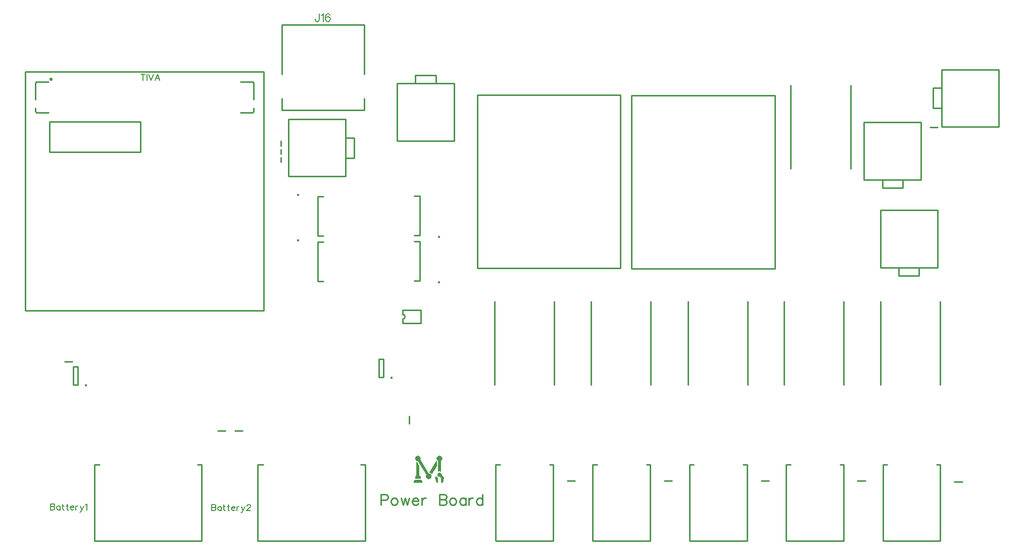
<source format=gto>
G04 DipTrace 3.0.0.2*
G04 Power_Board.GTO*
%MOIN*%
G04 #@! TF.FileFunction,Legend,Top*
G04 #@! TF.Part,Single*
%ADD10C,0.009843*%
%ADD24C,0.021575*%
%ADD34C,0.015427*%
%ADD42C,0.015395*%
%ADD105C,0.00772*%
%ADD106C,0.006176*%
%ADD107C,0.010807*%
%FSLAX26Y26*%
G04*
G70*
G90*
G75*
G01*
G04 TopSilk*
%LPD*%
X2125000Y2786417D2*
D10*
Y2754921D1*
Y2840551D2*
Y2809055D1*
Y2894685D2*
Y2863189D1*
X3920276Y758829D2*
X3896654D1*
X3542323D2*
X3569876D1*
X3920276D2*
Y254932D1*
X3542323Y758829D2*
Y254932D1*
X3920276D2*
X3542323D1*
X4560039Y758829D2*
X4536417D1*
X4182087D2*
X4209639D1*
X4560039D2*
Y254932D1*
X4182087Y758829D2*
Y254932D1*
X4560039D2*
X4182087D1*
X5199803Y758829D2*
X5176181D1*
X4821850D2*
X4849403D1*
X5199803D2*
Y254932D1*
X4821850Y758829D2*
Y254932D1*
X5199803D2*
X4821850D1*
X5836909Y758829D2*
X5813287D1*
X5458957D2*
X5486509D1*
X5836909D2*
Y254932D1*
X5458957Y758829D2*
Y254932D1*
X5836909D2*
X5458957D1*
X6474409Y758829D2*
X6450787D1*
X6096457D2*
X6124009D1*
X6474409D2*
Y254932D1*
X6096457Y758829D2*
Y254932D1*
X6474409D2*
X6096457D1*
X5971457Y3018701D2*
X6349409D1*
Y2640760D1*
X5971457D1*
Y3018701D1*
X6093498Y2640760D2*
X6227369D1*
Y2585630D1*
X6093498D1*
Y2640760D1*
X3268701Y2896654D2*
X2890748D1*
Y3274594D1*
X3268701D1*
Y2896654D1*
X3146660Y3274594D2*
X3012789D1*
Y3329724D1*
X3146660D1*
Y3274594D1*
X6862205Y3367126D2*
X6484264D1*
Y2989173D1*
X6862205D1*
Y3367126D1*
X6484264Y3245085D2*
X6429134D1*
Y3111214D1*
X6484264D1*
Y3245085D1*
X2173228Y2661417D2*
X2551169D1*
Y3039370D1*
X2173228D1*
Y2661417D1*
X2551169Y2783458D2*
X2606299D1*
Y2917329D1*
X2551169D1*
Y2783458D1*
X6079724Y2437992D2*
X6457677D1*
Y2060051D1*
X6079724D1*
Y2437992D1*
X6201765Y2060051D2*
X6335636D1*
Y2004921D1*
X6201765D1*
Y2060051D1*
X893701Y254921D2*
Y758825D1*
X929134D1*
X893701Y254921D2*
X1602362D1*
Y758825D1*
X1574795D1*
X1971457Y254921D2*
Y758825D1*
X2006890D1*
X1971457Y254921D2*
X2680118D1*
Y758825D1*
X2652551D1*
X596654Y3022441D2*
X1196654D1*
Y2822441D1*
X596654D1*
Y3022441D1*
X1945843Y3091227D2*
X1938756Y3083983D1*
X1859386D1*
Y3286030D2*
X1938756D1*
X1945843Y3278786D1*
Y3170597D1*
X510094Y3083983D2*
X503008Y3091227D1*
X589622Y3083983D2*
X510094D1*
Y3286030D2*
X589622D1*
X503008Y3278786D2*
X510094Y3286030D1*
X503008Y3278786D2*
Y3170597D1*
Y3112959D2*
Y3091227D1*
X1945843D2*
Y3112959D1*
D24*
X607654Y3304062D3*
X437024Y1777526D2*
D10*
X2011827D1*
Y3352329D1*
X437024D1*
Y1777526D1*
X2673243Y3661417D2*
X2129906D1*
X2673243D2*
Y3334677D1*
X2129906Y3661417D2*
Y3334621D1*
X2673243Y3177142D2*
Y3100394D1*
X2129906D1*
Y3177142D1*
X4365157Y3197835D2*
X3420276D1*
Y2056102D1*
X4365157D1*
Y3197835D1*
X1757854Y983268D2*
X1706713D1*
X1871043D2*
X1819902D1*
X2928146Y1691919D2*
X3046263D1*
Y1778554D2*
X2928146D1*
X3046263D2*
Y1691919D1*
X2928146D2*
Y1719480D1*
Y1750992D2*
Y1778554D1*
Y1719480D2*
G03X2928146Y1750992I-11J15756D01*
G01*
X2366747Y2229319D2*
Y1969488D1*
X2405002Y2229319D2*
X2366747D1*
X2405002Y1969488D2*
X2366747D1*
D34*
X2239407Y2240220D3*
X3041718Y1973436D2*
D10*
Y2233268D1*
X3003463Y1973436D2*
X3041718D1*
X3003463Y2233268D2*
X3041718D1*
D34*
X3169057Y1962536D3*
X2366747Y2529516D2*
D10*
Y2269685D1*
X2405002Y2529516D2*
X2366747D1*
X2405002Y2269685D2*
X2366747D1*
D34*
X2239407Y2540417D3*
X3041718Y2273633D2*
D10*
Y2533465D1*
X3003463Y2273633D2*
X3041718D1*
X3003463Y2533465D2*
X3041718D1*
D34*
X3169057Y2262733D3*
X4065925Y651596D2*
D10*
X4014783D1*
X3929134Y1836225D2*
Y1285034D1*
X3535433Y1836225D2*
Y1285034D1*
X4705689Y651596D2*
X4654547D1*
X4563976Y1836225D2*
Y1285034D1*
X4170276Y1836225D2*
Y1285034D1*
X5345453Y651596D2*
X5294311D1*
X5203740Y1836225D2*
Y1285034D1*
X4810039Y1836225D2*
Y1285034D1*
X5980295Y651596D2*
X5929154D1*
X5838583Y1836225D2*
Y1285034D1*
X5444882Y1836225D2*
Y1285034D1*
X6620059Y646675D2*
X6568917D1*
X6473425Y1836225D2*
Y1285034D1*
X6079724Y1836225D2*
Y1285034D1*
X6406516Y2985215D2*
X6457657D1*
X5882874Y3263391D2*
Y2712200D1*
X5489173Y3263391D2*
Y2712200D1*
X748996Y1439940D2*
X697854D1*
D42*
X838476Y1282141D3*
X784410Y1287404D2*
D10*
Y1405512D1*
X752920Y1287404D2*
Y1405512D1*
X784410D2*
X752920D1*
X784410Y1287404D2*
X752920D1*
X2972462Y1080689D2*
Y1029547D1*
D42*
X2856192Y1331354D3*
X2802127Y1336616D2*
D10*
Y1454724D1*
X2770636Y1336616D2*
Y1454724D1*
X2802127D2*
X2770636D1*
X2802127Y1336616D2*
X2770636D1*
X4438976Y2053150D2*
X5383858D1*
Y3194882D1*
X4438976D1*
Y2053150D1*
G36*
X3000394Y639346D2*
Y654346D1*
X3010394Y660346D1*
X3047394D1*
X3057394Y654346D1*
Y639346D1*
D1*
X3000394D1*
G37*
G36*
X3011394Y667346D2*
Y681346D1*
X3018394Y686346D1*
Y776346D1*
X3023394Y775346D1*
X3039394Y748346D1*
Y685346D1*
X3046394Y681346D1*
Y667346D1*
X3047394D1*
X3011394D1*
G37*
G36*
X3027394Y782346D2*
X3019394Y784346D1*
X3013394Y790346D1*
X3010394Y800346D1*
X3012394Y809346D1*
X3019394Y816346D1*
X3029394Y818346D1*
X3038394Y816346D1*
X3045394Y808346D1*
X3047394Y799346D1*
X3045394Y792346D1*
X3101394Y700346D1*
X3109394Y698346D1*
X3116394Y691346D1*
X3119394Y682346D1*
X3117394Y672346D1*
X3109394Y665346D1*
X3100394Y663346D1*
X3091394Y665346D1*
X3084394Y672346D1*
X3081394Y682346D1*
X3083394Y691346D1*
X3027394Y782346D1*
G37*
G36*
X3106394Y706346D2*
X3113394Y704346D1*
X3121394Y696346D1*
X3154394Y750346D1*
Y782346D1*
X3150394Y786346D1*
X3104394Y710346D1*
X3106394Y706346D1*
G37*
G36*
X3161394Y785346D2*
X3155394Y790346D1*
X3152394Y800346D1*
X3155394Y809346D1*
X3162394Y816346D1*
X3171394Y818346D1*
X3181394Y816346D1*
X3188394Y809346D1*
X3190394Y799346D1*
X3187394Y790346D1*
X3182394Y785346D1*
Y712346D1*
X3171394Y715346D1*
X3161394Y712346D1*
D1*
Y785346D1*
G37*
G36*
X3151394Y685346D2*
X3152394Y681346D1*
X3160394Y673346D1*
X3163394D1*
X3161394Y671346D1*
Y640346D1*
X3150394Y639346D1*
X3142394Y676346D1*
X3151394Y685346D1*
G37*
G36*
X3159394Y700346D2*
X3157394Y693346D1*
X3159394Y685346D1*
X3164394Y680346D1*
X3171394Y678346D1*
X3175394Y679346D1*
X3182394Y671346D1*
Y640346D1*
X3193394Y638346D1*
X3200394Y675346D1*
X3185394Y690346D1*
X3186394Y693346D1*
X3184394Y700346D1*
X3179394Y705346D1*
X3172394Y707346D1*
X3164394Y705346D1*
X3159394Y700346D1*
G37*
X2376574Y3734640D2*
D105*
Y3696394D1*
X2374197Y3689209D1*
X2371765Y3686832D1*
X2367012Y3684400D1*
X2362204D1*
X2357451Y3686832D1*
X2355074Y3689209D1*
X2352642Y3696394D1*
Y3701147D1*
X2392013Y3725024D2*
X2396822Y3727455D1*
X2404007Y3734585D1*
Y3684400D1*
X2448131Y3727455D2*
X2445754Y3732209D1*
X2438569Y3734585D1*
X2433816D1*
X2426631Y3732209D1*
X2421822Y3725024D1*
X2419446Y3713085D1*
Y3701147D1*
X2421822Y3691585D1*
X2426631Y3686777D1*
X2433816Y3684400D1*
X2436193D1*
X2443322Y3686777D1*
X2448131Y3691585D1*
X2450507Y3698770D1*
Y3701147D1*
X2448131Y3708332D1*
X2443322Y3713085D1*
X2436193Y3715462D1*
X2433816D1*
X2426631Y3713085D1*
X2421822Y3708332D1*
X2419446Y3701147D1*
X605605Y501042D2*
D106*
Y460850D1*
X622849D1*
X628597Y462795D1*
X630498Y464697D1*
X632400Y468499D1*
Y474247D1*
X630498Y478094D1*
X628597Y479995D1*
X622849Y481897D1*
X628597Y483842D1*
X630498Y485743D1*
X632400Y489546D1*
Y493393D1*
X630498Y497195D1*
X628597Y499141D1*
X622849Y501042D1*
X605605D1*
Y481897D2*
X622849D1*
X667699Y487645D2*
Y460850D1*
Y481897D2*
X663896Y485743D1*
X660050Y487645D1*
X654346D1*
X650499Y485743D1*
X646696Y481897D1*
X644751Y476149D1*
Y472346D1*
X646696Y466598D1*
X650499Y462795D1*
X654346Y460850D1*
X660050D1*
X663896Y462795D1*
X667699Y466598D1*
X685798Y501042D2*
Y468499D1*
X687700Y462795D1*
X691546Y460850D1*
X695349D1*
X680050Y487645D2*
X693448D1*
X713448Y501042D2*
Y468499D1*
X715350Y462795D1*
X719196Y460850D1*
X722999D1*
X707700Y487645D2*
X721098D1*
X735350Y476149D2*
X758298D1*
Y479995D1*
X756397Y483842D1*
X754496Y485743D1*
X750649Y487645D1*
X744901D1*
X741098Y485743D1*
X737252Y481897D1*
X735350Y476149D1*
Y472346D1*
X737252Y466598D1*
X741098Y462795D1*
X744901Y460850D1*
X750649D1*
X754496Y462795D1*
X758298Y466598D1*
X770650Y487645D2*
Y460850D1*
Y476149D2*
X772595Y481897D1*
X776398Y485743D1*
X780244Y487645D1*
X785992D1*
X800289D2*
X811741Y460850D1*
X807939Y453201D1*
X804092Y449354D1*
X800289Y447453D1*
X798344D1*
X823237Y487645D2*
X811741Y460850D1*
X835589Y493348D2*
X839435Y495294D1*
X845183Y500998D1*
Y460850D1*
X1668597Y496121D2*
Y455929D1*
X1685841D1*
X1691589Y457874D1*
X1693490Y459775D1*
X1695392Y463578D1*
Y469326D1*
X1693490Y473173D1*
X1691589Y475074D1*
X1685841Y476975D1*
X1691589Y478921D1*
X1693490Y480822D1*
X1695392Y484625D1*
Y488471D1*
X1693490Y492274D1*
X1691589Y494219D1*
X1685841Y496121D1*
X1668597D1*
Y476975D2*
X1685841D1*
X1730691Y482723D2*
Y455929D1*
Y476975D2*
X1726888Y480822D1*
X1723042Y482723D1*
X1717338D1*
X1713491Y480822D1*
X1709689Y476975D1*
X1707743Y471227D1*
Y467425D1*
X1709689Y461677D1*
X1713491Y457874D1*
X1717338Y455929D1*
X1723042D1*
X1726888Y457874D1*
X1730691Y461677D1*
X1748790Y496121D2*
Y463578D1*
X1750692Y457874D1*
X1754538Y455929D1*
X1758341D1*
X1743042Y482723D2*
X1756440D1*
X1776440Y496121D2*
Y463578D1*
X1778342Y457874D1*
X1782188Y455929D1*
X1785991D1*
X1770692Y482723D2*
X1784090D1*
X1798342Y471227D2*
X1821290D1*
Y475074D1*
X1819389Y478921D1*
X1817488Y480822D1*
X1813641Y482723D1*
X1807893D1*
X1804090Y480822D1*
X1800244Y476975D1*
X1798342Y471227D1*
Y467425D1*
X1800244Y461677D1*
X1804090Y457874D1*
X1807893Y455929D1*
X1813641D1*
X1817488Y457874D1*
X1821290Y461677D1*
X1833642Y482723D2*
Y455929D1*
Y471227D2*
X1835587Y476975D1*
X1839390Y480822D1*
X1843237Y482723D1*
X1848985D1*
X1863281D2*
X1874733Y455929D1*
X1870931Y448279D1*
X1867084Y444433D1*
X1863281Y442531D1*
X1861336D1*
X1886229Y482723D2*
X1874733Y455929D1*
X1900526Y486526D2*
Y488427D1*
X1902428Y492274D1*
X1904329Y494175D1*
X1908176Y496076D1*
X1915825D1*
X1919627Y494175D1*
X1921529Y492274D1*
X1923474Y488427D1*
Y484625D1*
X1921529Y480778D1*
X1917726Y475074D1*
X1898581Y455929D1*
X1925375D1*
X2783117Y525056D2*
D107*
X2813294D1*
X2823276Y528383D1*
X2826681Y531788D1*
X2830008Y538442D1*
Y548501D1*
X2826681Y555156D1*
X2823276Y558561D1*
X2813294Y561888D1*
X2783117D1*
Y491552D1*
X2868336Y538442D2*
X2861682Y535115D1*
X2854950Y528383D1*
X2851623Y518324D1*
Y511670D1*
X2854950Y501611D1*
X2861682Y494956D1*
X2868336Y491552D1*
X2878395D1*
X2885127Y494956D1*
X2891782Y501611D1*
X2895186Y511670D1*
Y518324D1*
X2891782Y528383D1*
X2885127Y535115D1*
X2878395Y538442D1*
X2868336D1*
X2916801D2*
X2930187Y491552D1*
X2943574Y538442D1*
X2956960Y491552D1*
X2970346Y538442D1*
X2991961Y518324D2*
X3032120D1*
Y525056D1*
X3028793Y531788D1*
X3025466Y535115D1*
X3018734Y538442D1*
X3008675D1*
X3002020Y535115D1*
X2995288Y528383D1*
X2991961Y518324D1*
Y511670D1*
X2995288Y501611D1*
X3002020Y494956D1*
X3008675Y491552D1*
X3018734D1*
X3025466Y494956D1*
X3032120Y501611D1*
X3053735Y538442D2*
Y491552D1*
Y518324D2*
X3057140Y528383D1*
X3063794Y535115D1*
X3070526Y538442D1*
X3080585D1*
X3170241Y561888D2*
Y491552D1*
X3200418D1*
X3210478Y494956D1*
X3213805Y498284D1*
X3217132Y504938D1*
Y514997D1*
X3213805Y521729D1*
X3210478Y525056D1*
X3200418Y528383D1*
X3210478Y531788D1*
X3213805Y535115D1*
X3217132Y541770D1*
Y548501D1*
X3213805Y555156D1*
X3210478Y558561D1*
X3200418Y561888D1*
X3170241D1*
Y528383D2*
X3200418D1*
X3255460Y538442D2*
X3248806Y535115D1*
X3242074Y528383D1*
X3238747Y518324D1*
Y511670D1*
X3242074Y501611D1*
X3248806Y494956D1*
X3255460Y491552D1*
X3265519D1*
X3272251Y494956D1*
X3278906Y501611D1*
X3282310Y511670D1*
Y518324D1*
X3278906Y528383D1*
X3272251Y535115D1*
X3265519Y538442D1*
X3255460D1*
X3344084D2*
Y491552D1*
Y528383D2*
X3337430Y535115D1*
X3330698Y538442D1*
X3320716D1*
X3313984Y535115D1*
X3307330Y528383D1*
X3303925Y518324D1*
Y511670D1*
X3307330Y501611D1*
X3313984Y494956D1*
X3320716Y491552D1*
X3330698D1*
X3337430Y494956D1*
X3344084Y501611D1*
X3365699Y538442D2*
Y491552D1*
Y518324D2*
X3369104Y528383D1*
X3375758Y535115D1*
X3382490Y538442D1*
X3392549D1*
X3454323Y561888D2*
Y491552D1*
Y528383D2*
X3447668Y535115D1*
X3440937Y538442D1*
X3430877D1*
X3424223Y535115D1*
X3417491Y528383D1*
X3414164Y518324D1*
Y511670D1*
X3417491Y501611D1*
X3424223Y494956D1*
X3430877Y491552D1*
X3440937D1*
X3447668Y494956D1*
X3454323Y501611D1*
X1214296Y3337345D2*
D106*
Y3297153D1*
X1200899Y3337345D2*
X1227694D1*
X1240045D2*
Y3297153D1*
X1252396Y3337345D2*
X1267695Y3297153D1*
X1282994Y3337345D1*
X1325986Y3297153D2*
X1310644Y3337345D1*
X1295345Y3297153D1*
X1301093Y3310550D2*
X1320238D1*
M02*

</source>
